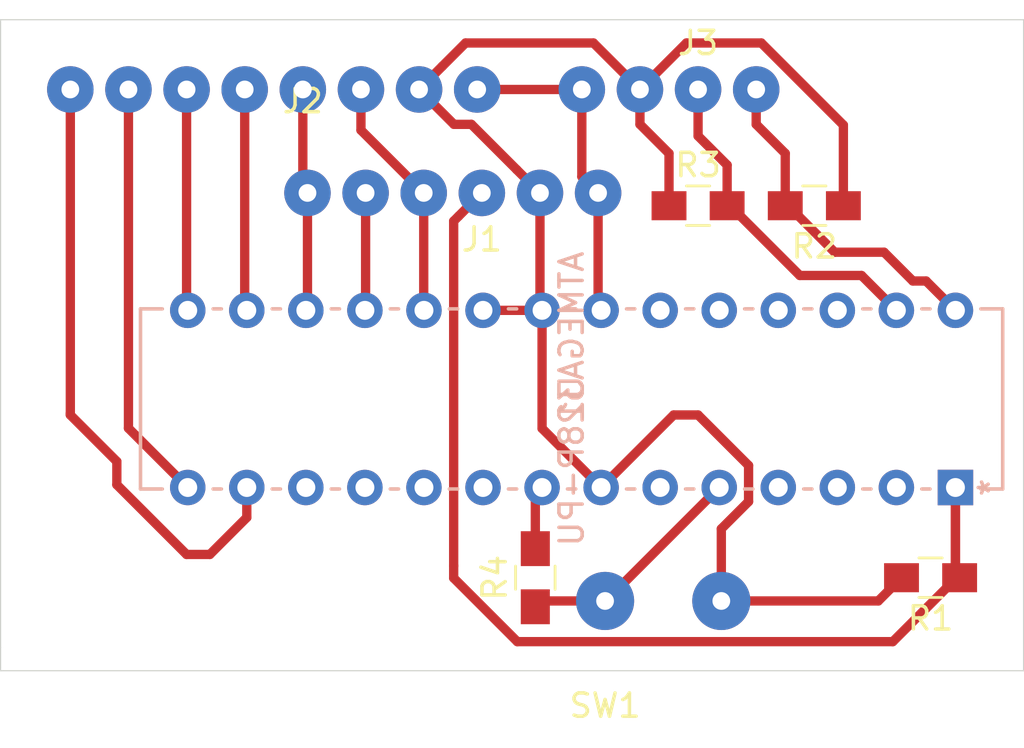
<source format=kicad_pcb>
(kicad_pcb (version 20171130) (host pcbnew 5.1.2-f72e74a~84~ubuntu18.04.1)

  (general
    (thickness 1.6)
    (drawings 5)
    (tracks 91)
    (zones 0)
    (modules 9)
    (nets 26)
  )

  (page A4)
  (layers
    (0 F.Cu signal)
    (31 B.Cu signal)
    (32 B.Adhes user)
    (33 F.Adhes user)
    (34 B.Paste user)
    (35 F.Paste user)
    (36 B.SilkS user)
    (37 F.SilkS user)
    (38 B.Mask user)
    (39 F.Mask user)
    (40 Dwgs.User user)
    (41 Cmts.User user)
    (42 Eco1.User user)
    (43 Eco2.User user)
    (44 Edge.Cuts user)
    (45 Margin user)
    (46 B.CrtYd user)
    (47 F.CrtYd user)
    (48 B.Fab user)
    (49 F.Fab user)
  )

  (setup
    (last_trace_width 0.4)
    (trace_clearance 0.3)
    (zone_clearance 0.508)
    (zone_45_only no)
    (trace_min 0.2)
    (via_size 0.8)
    (via_drill 0.4)
    (via_min_size 0.4)
    (via_min_drill 0.3)
    (uvia_size 0.3)
    (uvia_drill 0.1)
    (uvias_allowed no)
    (uvia_min_size 0.2)
    (uvia_min_drill 0.1)
    (edge_width 0.05)
    (segment_width 0.2)
    (pcb_text_width 0.3)
    (pcb_text_size 1.5 1.5)
    (mod_edge_width 0.12)
    (mod_text_size 1 1)
    (mod_text_width 0.15)
    (pad_size 2.5 2.5)
    (pad_drill 0.762)
    (pad_to_mask_clearance 0.051)
    (solder_mask_min_width 0.25)
    (aux_axis_origin 0 0)
    (visible_elements FFFFFF7F)
    (pcbplotparams
      (layerselection 0x00000_7fffffff)
      (usegerberextensions false)
      (usegerberattributes false)
      (usegerberadvancedattributes false)
      (creategerberjobfile false)
      (excludeedgelayer false)
      (linewidth 0.100000)
      (plotframeref false)
      (viasonmask false)
      (mode 1)
      (useauxorigin false)
      (hpglpennumber 1)
      (hpglpenspeed 20)
      (hpglpendiameter 15.000000)
      (psnegative false)
      (psa4output false)
      (plotreference true)
      (plotvalue true)
      (plotinvisibletext false)
      (padsonsilk false)
      (subtractmaskfromsilk false)
      (outputformat 5)
      (mirror false)
      (drillshape 0)
      (scaleselection 1)
      (outputdirectory ""))
  )

  (net 0 "")
  (net 1 "Net-(J1-Pad1)")
  (net 2 "Net-(J1-Pad2)")
  (net 3 "Net-(J1-Pad3)")
  (net 4 "Net-(J1-Pad4)")
  (net 5 "Net-(J1-Pad5)")
  (net 6 "Net-(J1-Pad6)")
  (net 7 "Net-(J2-Pad1)")
  (net 8 "Net-(J2-Pad2)")
  (net 9 "Net-(J2-Pad3)")
  (net 10 "Net-(J2-Pad4)")
  (net 11 "Net-(J3-Pad3)")
  (net 12 "Net-(J3-Pad4)")
  (net 13 "Net-(R4-Pad1)")
  (net 14 "Net-(U1-Pad2)")
  (net 15 "Net-(U1-Pad3)")
  (net 16 "Net-(U1-Pad4)")
  (net 17 "Net-(U1-Pad6)")
  (net 18 "Net-(U1-Pad9)")
  (net 19 "Net-(U1-Pad10)")
  (net 20 "Net-(U1-Pad11)")
  (net 21 "Net-(U1-Pad12)")
  (net 22 "Net-(U1-Pad23)")
  (net 23 "Net-(U1-Pad24)")
  (net 24 "Net-(U1-Pad25)")
  (net 25 "Net-(U1-Pad26)")

  (net_class Default "This is the default net class."
    (clearance 0.3)
    (trace_width 0.4)
    (via_dia 0.8)
    (via_drill 0.4)
    (uvia_dia 0.3)
    (uvia_drill 0.1)
    (add_net "Net-(J1-Pad1)")
    (add_net "Net-(J1-Pad2)")
    (add_net "Net-(J1-Pad3)")
    (add_net "Net-(J1-Pad4)")
    (add_net "Net-(J1-Pad5)")
    (add_net "Net-(J1-Pad6)")
    (add_net "Net-(J2-Pad1)")
    (add_net "Net-(J2-Pad2)")
    (add_net "Net-(J2-Pad3)")
    (add_net "Net-(J2-Pad4)")
    (add_net "Net-(J3-Pad3)")
    (add_net "Net-(J3-Pad4)")
    (add_net "Net-(R4-Pad1)")
    (add_net "Net-(U1-Pad10)")
    (add_net "Net-(U1-Pad11)")
    (add_net "Net-(U1-Pad12)")
    (add_net "Net-(U1-Pad2)")
    (add_net "Net-(U1-Pad23)")
    (add_net "Net-(U1-Pad24)")
    (add_net "Net-(U1-Pad25)")
    (add_net "Net-(U1-Pad26)")
    (add_net "Net-(U1-Pad3)")
    (add_net "Net-(U1-Pad4)")
    (add_net "Net-(U1-Pad6)")
    (add_net "Net-(U1-Pad9)")
  )

  (module Capacitors_SMD:C_0805_HandSoldering (layer F.Cu) (tedit 58AA84A8) (tstamp 5CCA7D18)
    (at 117 68 180)
    (descr "Capacitor SMD 0805, hand soldering")
    (tags "capacitor 0805")
    (path /5CCDE7E9)
    (attr smd)
    (fp_text reference R2 (at 0 -1.75) (layer F.SilkS)
      (effects (font (size 1 1) (thickness 0.15)))
    )
    (fp_text value R (at 0 1.75) (layer F.Fab)
      (effects (font (size 1 1) (thickness 0.15)))
    )
    (fp_line (start 2.25 0.87) (end -2.25 0.87) (layer F.CrtYd) (width 0.05))
    (fp_line (start 2.25 0.87) (end 2.25 -0.88) (layer F.CrtYd) (width 0.05))
    (fp_line (start -2.25 -0.88) (end -2.25 0.87) (layer F.CrtYd) (width 0.05))
    (fp_line (start -2.25 -0.88) (end 2.25 -0.88) (layer F.CrtYd) (width 0.05))
    (fp_line (start -0.5 0.85) (end 0.5 0.85) (layer F.SilkS) (width 0.12))
    (fp_line (start 0.5 -0.85) (end -0.5 -0.85) (layer F.SilkS) (width 0.12))
    (fp_line (start -1 -0.62) (end 1 -0.62) (layer F.Fab) (width 0.1))
    (fp_line (start 1 -0.62) (end 1 0.62) (layer F.Fab) (width 0.1))
    (fp_line (start 1 0.62) (end -1 0.62) (layer F.Fab) (width 0.1))
    (fp_line (start -1 0.62) (end -1 -0.62) (layer F.Fab) (width 0.1))
    (fp_text user %R (at 0 -1.75) (layer F.Fab)
      (effects (font (size 1 1) (thickness 0.15)))
    )
    (pad 2 smd rect (at 1.25 0 180) (size 1.5 1.25) (layers F.Cu F.Paste F.Mask)
      (net 12 "Net-(J3-Pad4)"))
    (pad 1 smd rect (at -1.25 0 180) (size 1.5 1.25) (layers F.Cu F.Paste F.Mask)
      (net 2 "Net-(J1-Pad2)"))
    (model Capacitors_SMD.3dshapes/C_0805.wrl
      (at (xyz 0 0 0))
      (scale (xyz 1 1 1))
      (rotate (xyz 0 0 0))
    )
  )

  (module millk:pushbutton_2pin (layer F.Cu) (tedit 5CCA9330) (tstamp 5CCB05AD)
    (at 108 90 180)
    (path /5CCCC4F0)
    (fp_text reference SW1 (at 0 0.5) (layer F.SilkS)
      (effects (font (size 1 1) (thickness 0.15)))
    )
    (fp_text value SW_Push (at 0 -0.5) (layer F.Fab)
      (effects (font (size 1 1) (thickness 0.15)))
    )
    (pad 2 thru_hole circle (at 0 5 180) (size 2.5 2.5) (drill 0.762) (layers *.Cu *.Mask)
      (net 13 "Net-(R4-Pad1)"))
    (pad 1 thru_hole circle (at -5 5 180) (size 2.5 2.5) (drill 0.762) (layers *.Cu *.Mask)
      (net 2 "Net-(J1-Pad2)"))
  )

  (module millk:conn6 (layer F.Cu) (tedit 5CCA8F70) (tstamp 5CCA7CE2)
    (at 102.7 69.95 180)
    (path /5CCAAF4D)
    (fp_text reference J1 (at 0 0.5 180) (layer F.SilkS)
      (effects (font (size 1 1) (thickness 0.15)))
    )
    (fp_text value Conn_01x06_Female (at 0 -0.5 180) (layer F.Fab)
      (effects (font (size 1 1) (thickness 0.15)))
    )
    (pad 1 thru_hole circle (at -5 2.5 180) (size 2 2) (drill 0.762) (layers *.Cu *.Mask)
      (net 1 "Net-(J1-Pad1)"))
    (pad 2 thru_hole circle (at -2.5 2.5 180) (size 2 2) (drill 0.762) (layers *.Cu *.Mask)
      (net 2 "Net-(J1-Pad2)"))
    (pad 3 thru_hole circle (at 0 2.5 180) (size 2 2) (drill 0.762) (layers *.Cu *.Mask)
      (net 3 "Net-(J1-Pad3)"))
    (pad 4 thru_hole circle (at 2.5 2.5 180) (size 2 2) (drill 0.762) (layers *.Cu *.Mask)
      (net 4 "Net-(J1-Pad4)"))
    (pad 5 thru_hole circle (at 5 2.5 180) (size 2 2) (drill 0.762) (layers *.Cu *.Mask)
      (net 5 "Net-(J1-Pad5)"))
    (pad 6 thru_hole circle (at 7.5 2.5 180) (size 2 2) (drill 0.762) (layers *.Cu *.Mask)
      (net 6 "Net-(J1-Pad6)"))
  )

  (module millk:conn8 (layer F.Cu) (tedit 5CCA7A49) (tstamp 5CCA7CEE)
    (at 95 63)
    (path /5CCB047C)
    (fp_text reference J2 (at 0 0.5) (layer F.SilkS)
      (effects (font (size 1 1) (thickness 0.15)))
    )
    (fp_text value Conn_01x08_Female (at 0 -0.5) (layer F.Fab)
      (effects (font (size 1 1) (thickness 0.15)))
    )
    (pad 1 thru_hole circle (at -10 0) (size 2 2) (drill 0.762) (layers *.Cu *.Mask)
      (net 7 "Net-(J2-Pad1)"))
    (pad 2 thru_hole circle (at -7.5 0) (size 2 2) (drill 0.762) (layers *.Cu *.Mask)
      (net 8 "Net-(J2-Pad2)"))
    (pad 3 thru_hole circle (at -5 0) (size 2 2) (drill 0.762) (layers *.Cu *.Mask)
      (net 9 "Net-(J2-Pad3)"))
    (pad 4 thru_hole circle (at -2.5 0) (size 2 2) (drill 0.762) (layers *.Cu *.Mask)
      (net 10 "Net-(J2-Pad4)"))
    (pad 5 thru_hole circle (at 0 0) (size 2 2) (drill 0.762) (layers *.Cu *.Mask)
      (net 6 "Net-(J1-Pad6)"))
    (pad 6 thru_hole circle (at 2.5 0) (size 2 2) (drill 0.762) (layers *.Cu *.Mask)
      (net 4 "Net-(J1-Pad4)"))
    (pad 7 thru_hole circle (at 5 0) (size 2 2) (drill 0.762) (layers *.Cu *.Mask)
      (net 2 "Net-(J1-Pad2)"))
    (pad 8 thru_hole circle (at 7.5 0) (size 2 2) (drill 0.762) (layers *.Cu *.Mask)
      (net 1 "Net-(J1-Pad1)"))
  )

  (module millk:Connector4 (layer F.Cu) (tedit 5CB1B2D6) (tstamp 5CCA7CF6)
    (at 112 60.5)
    (path /5CCD10DC)
    (fp_text reference J3 (at 0 0.5) (layer F.SilkS)
      (effects (font (size 1 1) (thickness 0.15)))
    )
    (fp_text value Conn_01x04_Female (at 0 -0.5) (layer F.Fab)
      (effects (font (size 1 1) (thickness 0.15)))
    )
    (pad 1 thru_hole circle (at -5 2.5) (size 2 2) (drill 0.762) (layers *.Cu *.Mask)
      (net 1 "Net-(J1-Pad1)"))
    (pad 2 thru_hole circle (at -2.5 2.5) (size 2 2) (drill 0.762) (layers *.Cu *.Mask)
      (net 2 "Net-(J1-Pad2)"))
    (pad 3 thru_hole circle (at 0 2.5) (size 2 2) (drill 0.762) (layers *.Cu *.Mask)
      (net 11 "Net-(J3-Pad3)"))
    (pad 4 thru_hole circle (at 2.5 2.5) (size 2 2) (drill 0.762) (layers *.Cu *.Mask)
      (net 12 "Net-(J3-Pad4)"))
  )

  (module Capacitors_SMD:C_0805_HandSoldering (layer F.Cu) (tedit 58AA84A8) (tstamp 5CCA7D07)
    (at 122 84 180)
    (descr "Capacitor SMD 0805, hand soldering")
    (tags "capacitor 0805")
    (path /5CCAED80)
    (attr smd)
    (fp_text reference R1 (at 0 -1.75) (layer F.SilkS)
      (effects (font (size 1 1) (thickness 0.15)))
    )
    (fp_text value R (at 0 1.75) (layer F.Fab)
      (effects (font (size 1 1) (thickness 0.15)))
    )
    (fp_line (start 2.25 0.87) (end -2.25 0.87) (layer F.CrtYd) (width 0.05))
    (fp_line (start 2.25 0.87) (end 2.25 -0.88) (layer F.CrtYd) (width 0.05))
    (fp_line (start -2.25 -0.88) (end -2.25 0.87) (layer F.CrtYd) (width 0.05))
    (fp_line (start -2.25 -0.88) (end 2.25 -0.88) (layer F.CrtYd) (width 0.05))
    (fp_line (start -0.5 0.85) (end 0.5 0.85) (layer F.SilkS) (width 0.12))
    (fp_line (start 0.5 -0.85) (end -0.5 -0.85) (layer F.SilkS) (width 0.12))
    (fp_line (start -1 -0.62) (end 1 -0.62) (layer F.Fab) (width 0.1))
    (fp_line (start 1 -0.62) (end 1 0.62) (layer F.Fab) (width 0.1))
    (fp_line (start 1 0.62) (end -1 0.62) (layer F.Fab) (width 0.1))
    (fp_line (start -1 0.62) (end -1 -0.62) (layer F.Fab) (width 0.1))
    (fp_text user %R (at 0 -1.75) (layer F.Fab)
      (effects (font (size 1 1) (thickness 0.15)))
    )
    (pad 2 smd rect (at 1.25 0 180) (size 1.5 1.25) (layers F.Cu F.Paste F.Mask)
      (net 2 "Net-(J1-Pad2)"))
    (pad 1 smd rect (at -1.25 0 180) (size 1.5 1.25) (layers F.Cu F.Paste F.Mask)
      (net 3 "Net-(J1-Pad3)"))
    (model Capacitors_SMD.3dshapes/C_0805.wrl
      (at (xyz 0 0 0))
      (scale (xyz 1 1 1))
      (rotate (xyz 0 0 0))
    )
  )

  (module Capacitors_SMD:C_0805_HandSoldering (layer F.Cu) (tedit 58AA84A8) (tstamp 5CCA7D29)
    (at 112 68)
    (descr "Capacitor SMD 0805, hand soldering")
    (tags "capacitor 0805")
    (path /5CCDF0EC)
    (attr smd)
    (fp_text reference R3 (at 0 -1.75) (layer F.SilkS)
      (effects (font (size 1 1) (thickness 0.15)))
    )
    (fp_text value R (at 0 1.75 270) (layer F.Fab)
      (effects (font (size 1 1) (thickness 0.15)))
    )
    (fp_text user %R (at 0 -1.75) (layer F.Fab)
      (effects (font (size 1 1) (thickness 0.15)))
    )
    (fp_line (start -1 0.62) (end -1 -0.62) (layer F.Fab) (width 0.1))
    (fp_line (start 1 0.62) (end -1 0.62) (layer F.Fab) (width 0.1))
    (fp_line (start 1 -0.62) (end 1 0.62) (layer F.Fab) (width 0.1))
    (fp_line (start -1 -0.62) (end 1 -0.62) (layer F.Fab) (width 0.1))
    (fp_line (start 0.5 -0.85) (end -0.5 -0.85) (layer F.SilkS) (width 0.12))
    (fp_line (start -0.5 0.85) (end 0.5 0.85) (layer F.SilkS) (width 0.12))
    (fp_line (start -2.25 -0.88) (end 2.25 -0.88) (layer F.CrtYd) (width 0.05))
    (fp_line (start -2.25 -0.88) (end -2.25 0.87) (layer F.CrtYd) (width 0.05))
    (fp_line (start 2.25 0.87) (end 2.25 -0.88) (layer F.CrtYd) (width 0.05))
    (fp_line (start 2.25 0.87) (end -2.25 0.87) (layer F.CrtYd) (width 0.05))
    (pad 1 smd rect (at -1.25 0) (size 1.5 1.25) (layers F.Cu F.Paste F.Mask)
      (net 2 "Net-(J1-Pad2)"))
    (pad 2 smd rect (at 1.25 0) (size 1.5 1.25) (layers F.Cu F.Paste F.Mask)
      (net 11 "Net-(J3-Pad3)"))
    (model Capacitors_SMD.3dshapes/C_0805.wrl
      (at (xyz 0 0 0))
      (scale (xyz 1 1 1))
      (rotate (xyz 0 0 0))
    )
  )

  (module Capacitors_SMD:C_0805_HandSoldering (layer F.Cu) (tedit 58AA84A8) (tstamp 5CCA7D3A)
    (at 105 84 90)
    (descr "Capacitor SMD 0805, hand soldering")
    (tags "capacitor 0805")
    (path /5CCC95BF)
    (attr smd)
    (fp_text reference R4 (at 0 -1.75 90) (layer F.SilkS)
      (effects (font (size 1 1) (thickness 0.15)))
    )
    (fp_text value R (at 0 1.75 90) (layer F.Fab)
      (effects (font (size 1 1) (thickness 0.15)))
    )
    (fp_text user %R (at 0 -1.75 90) (layer F.Fab)
      (effects (font (size 1 1) (thickness 0.15)))
    )
    (fp_line (start -1 0.62) (end -1 -0.62) (layer F.Fab) (width 0.1))
    (fp_line (start 1 0.62) (end -1 0.62) (layer F.Fab) (width 0.1))
    (fp_line (start 1 -0.62) (end 1 0.62) (layer F.Fab) (width 0.1))
    (fp_line (start -1 -0.62) (end 1 -0.62) (layer F.Fab) (width 0.1))
    (fp_line (start 0.5 -0.85) (end -0.5 -0.85) (layer F.SilkS) (width 0.12))
    (fp_line (start -0.5 0.85) (end 0.5 0.85) (layer F.SilkS) (width 0.12))
    (fp_line (start -2.25 -0.88) (end 2.25 -0.88) (layer F.CrtYd) (width 0.05))
    (fp_line (start -2.25 -0.88) (end -2.25 0.87) (layer F.CrtYd) (width 0.05))
    (fp_line (start 2.25 0.87) (end 2.25 -0.88) (layer F.CrtYd) (width 0.05))
    (fp_line (start 2.25 0.87) (end -2.25 0.87) (layer F.CrtYd) (width 0.05))
    (pad 1 smd rect (at -1.25 0 90) (size 1.5 1.25) (layers F.Cu F.Paste F.Mask)
      (net 13 "Net-(R4-Pad1)"))
    (pad 2 smd rect (at 1.25 0 90) (size 1.5 1.25) (layers F.Cu F.Paste F.Mask)
      (net 1 "Net-(J1-Pad1)"))
    (model Capacitors_SMD.3dshapes/C_0805.wrl
      (at (xyz 0 0 0))
      (scale (xyz 1 1 1))
      (rotate (xyz 0 0 0))
    )
  )

  (module footprints:ATMEGA328P-PU (layer B.Cu) (tedit 5CCA91D8) (tstamp 5CCA7E1D)
    (at 90.05 72.5 90)
    (path /5CCA65D7)
    (fp_text reference U1 (at -3.81 16.51 -90) (layer B.SilkS)
      (effects (font (size 1 1) (thickness 0.15)) (justify mirror))
    )
    (fp_text value ATMEGA328P-PU (at -3.81 16.51 -90) (layer B.SilkS)
      (effects (font (size 1 1) (thickness 0.15)) (justify mirror))
    )
    (fp_text user "Copyright 2016 Accelerated Designs. All rights reserved." (at 0 0 -90) (layer Cmts.User)
      (effects (font (size 0.127 0.127) (thickness 0.002)))
    )
    (fp_text user * (at -7.62 34.544 -90) (layer B.SilkS)
      (effects (font (size 1 1) (thickness 0.15)) (justify mirror))
    )
    (fp_text user * (at -7.3025 33.02 -90) (layer B.Fab)
      (effects (font (size 1 1) (thickness 0.15)) (justify mirror))
    )
    (fp_line (start -7.5565 32.6136) (end -7.5565 33.4264) (layer B.Fab) (width 0.1524))
    (fp_line (start -7.5565 33.4264) (end -8.0264 33.4264) (layer B.Fab) (width 0.1524))
    (fp_line (start -8.0264 33.4264) (end -8.0264 32.6136) (layer B.Fab) (width 0.1524))
    (fp_line (start -8.0264 32.6136) (end -7.5565 32.6136) (layer B.Fab) (width 0.1524))
    (fp_line (start -7.5565 30.0736) (end -7.5565 30.8864) (layer B.Fab) (width 0.1524))
    (fp_line (start -7.5565 30.8864) (end -8.0264 30.8864) (layer B.Fab) (width 0.1524))
    (fp_line (start -8.0264 30.8864) (end -8.0264 30.0736) (layer B.Fab) (width 0.1524))
    (fp_line (start -8.0264 30.0736) (end -7.5565 30.0736) (layer B.Fab) (width 0.1524))
    (fp_line (start -7.5565 27.5336) (end -7.5565 28.3464) (layer B.Fab) (width 0.1524))
    (fp_line (start -7.5565 28.3464) (end -8.0264 28.3464) (layer B.Fab) (width 0.1524))
    (fp_line (start -8.0264 28.3464) (end -8.0264 27.5336) (layer B.Fab) (width 0.1524))
    (fp_line (start -8.0264 27.5336) (end -7.5565 27.5336) (layer B.Fab) (width 0.1524))
    (fp_line (start -7.5565 24.9936) (end -7.5565 25.8064) (layer B.Fab) (width 0.1524))
    (fp_line (start -7.5565 25.8064) (end -8.0264 25.8064) (layer B.Fab) (width 0.1524))
    (fp_line (start -8.0264 25.8064) (end -8.0264 24.9936) (layer B.Fab) (width 0.1524))
    (fp_line (start -8.0264 24.9936) (end -7.5565 24.9936) (layer B.Fab) (width 0.1524))
    (fp_line (start -7.5565 22.4536) (end -7.5565 23.2664) (layer B.Fab) (width 0.1524))
    (fp_line (start -7.5565 23.2664) (end -8.0264 23.2664) (layer B.Fab) (width 0.1524))
    (fp_line (start -8.0264 23.2664) (end -8.0264 22.4536) (layer B.Fab) (width 0.1524))
    (fp_line (start -8.0264 22.4536) (end -7.5565 22.4536) (layer B.Fab) (width 0.1524))
    (fp_line (start -7.5565 19.9136) (end -7.5565 20.7264) (layer B.Fab) (width 0.1524))
    (fp_line (start -7.5565 20.7264) (end -8.0264 20.7264) (layer B.Fab) (width 0.1524))
    (fp_line (start -8.0264 20.7264) (end -8.0264 19.9136) (layer B.Fab) (width 0.1524))
    (fp_line (start -8.0264 19.9136) (end -7.5565 19.9136) (layer B.Fab) (width 0.1524))
    (fp_line (start -7.5565 17.3736) (end -7.5565 18.1864) (layer B.Fab) (width 0.1524))
    (fp_line (start -7.5565 18.1864) (end -8.0264 18.1864) (layer B.Fab) (width 0.1524))
    (fp_line (start -8.0264 18.1864) (end -8.0264 17.3736) (layer B.Fab) (width 0.1524))
    (fp_line (start -8.0264 17.3736) (end -7.5565 17.3736) (layer B.Fab) (width 0.1524))
    (fp_line (start -7.5565 14.8336) (end -7.5565 15.6464) (layer B.Fab) (width 0.1524))
    (fp_line (start -7.5565 15.6464) (end -8.0264 15.6464) (layer B.Fab) (width 0.1524))
    (fp_line (start -8.0264 15.6464) (end -8.0264 14.8336) (layer B.Fab) (width 0.1524))
    (fp_line (start -8.0264 14.8336) (end -7.5565 14.8336) (layer B.Fab) (width 0.1524))
    (fp_line (start -7.5565 12.2936) (end -7.5565 13.1064) (layer B.Fab) (width 0.1524))
    (fp_line (start -7.5565 13.1064) (end -8.0264 13.1064) (layer B.Fab) (width 0.1524))
    (fp_line (start -8.0264 13.1064) (end -8.0264 12.2936) (layer B.Fab) (width 0.1524))
    (fp_line (start -8.0264 12.2936) (end -7.5565 12.2936) (layer B.Fab) (width 0.1524))
    (fp_line (start -7.5565 9.7536) (end -7.5565 10.5664) (layer B.Fab) (width 0.1524))
    (fp_line (start -7.5565 10.5664) (end -8.0264 10.5664) (layer B.Fab) (width 0.1524))
    (fp_line (start -8.0264 10.5664) (end -8.0264 9.7536) (layer B.Fab) (width 0.1524))
    (fp_line (start -8.0264 9.7536) (end -7.5565 9.7536) (layer B.Fab) (width 0.1524))
    (fp_line (start -7.5565 7.2136) (end -7.5565 8.0264) (layer B.Fab) (width 0.1524))
    (fp_line (start -7.5565 8.0264) (end -8.0264 8.0264) (layer B.Fab) (width 0.1524))
    (fp_line (start -8.0264 8.0264) (end -8.0264 7.2136) (layer B.Fab) (width 0.1524))
    (fp_line (start -8.0264 7.2136) (end -7.5565 7.2136) (layer B.Fab) (width 0.1524))
    (fp_line (start -7.5565 4.6736) (end -7.5565 5.4864) (layer B.Fab) (width 0.1524))
    (fp_line (start -7.5565 5.4864) (end -8.0264 5.4864) (layer B.Fab) (width 0.1524))
    (fp_line (start -8.0264 5.4864) (end -8.0264 4.6736) (layer B.Fab) (width 0.1524))
    (fp_line (start -8.0264 4.6736) (end -7.5565 4.6736) (layer B.Fab) (width 0.1524))
    (fp_line (start -7.5565 2.1336) (end -7.5565 2.9464) (layer B.Fab) (width 0.1524))
    (fp_line (start -7.5565 2.9464) (end -8.0264 2.9464) (layer B.Fab) (width 0.1524))
    (fp_line (start -8.0264 2.9464) (end -8.0264 2.1336) (layer B.Fab) (width 0.1524))
    (fp_line (start -8.0264 2.1336) (end -7.5565 2.1336) (layer B.Fab) (width 0.1524))
    (fp_line (start -7.5565 -0.4064) (end -7.5565 0.4064) (layer B.Fab) (width 0.1524))
    (fp_line (start -7.5565 0.4064) (end -8.0264 0.4064) (layer B.Fab) (width 0.1524))
    (fp_line (start -8.0264 0.4064) (end -8.0264 -0.4064) (layer B.Fab) (width 0.1524))
    (fp_line (start -8.0264 -0.4064) (end -7.5565 -0.4064) (layer B.Fab) (width 0.1524))
    (fp_line (start -0.0635 0.4064) (end -0.0635 -0.4064) (layer B.Fab) (width 0.1524))
    (fp_line (start -0.0635 -0.4064) (end 0.4064 -0.4064) (layer B.Fab) (width 0.1524))
    (fp_line (start 0.4064 -0.4064) (end 0.4064 0.4064) (layer B.Fab) (width 0.1524))
    (fp_line (start 0.4064 0.4064) (end -0.0635 0.4064) (layer B.Fab) (width 0.1524))
    (fp_line (start -0.0635 2.9464) (end -0.0635 2.1336) (layer B.Fab) (width 0.1524))
    (fp_line (start -0.0635 2.1336) (end 0.4064 2.1336) (layer B.Fab) (width 0.1524))
    (fp_line (start 0.4064 2.1336) (end 0.4064 2.9464) (layer B.Fab) (width 0.1524))
    (fp_line (start 0.4064 2.9464) (end -0.0635 2.9464) (layer B.Fab) (width 0.1524))
    (fp_line (start -0.0635 5.4864) (end -0.0635 4.6736) (layer B.Fab) (width 0.1524))
    (fp_line (start -0.0635 4.6736) (end 0.4064 4.6736) (layer B.Fab) (width 0.1524))
    (fp_line (start 0.4064 4.6736) (end 0.4064 5.4864) (layer B.Fab) (width 0.1524))
    (fp_line (start 0.4064 5.4864) (end -0.0635 5.4864) (layer B.Fab) (width 0.1524))
    (fp_line (start -0.0635 8.0264) (end -0.0635 7.2136) (layer B.Fab) (width 0.1524))
    (fp_line (start -0.0635 7.2136) (end 0.4064 7.2136) (layer B.Fab) (width 0.1524))
    (fp_line (start 0.4064 7.2136) (end 0.4064 8.0264) (layer B.Fab) (width 0.1524))
    (fp_line (start 0.4064 8.0264) (end -0.0635 8.0264) (layer B.Fab) (width 0.1524))
    (fp_line (start -0.0635 10.5664) (end -0.0635 9.7536) (layer B.Fab) (width 0.1524))
    (fp_line (start -0.0635 9.7536) (end 0.4064 9.7536) (layer B.Fab) (width 0.1524))
    (fp_line (start 0.4064 9.7536) (end 0.4064 10.5664) (layer B.Fab) (width 0.1524))
    (fp_line (start 0.4064 10.5664) (end -0.0635 10.5664) (layer B.Fab) (width 0.1524))
    (fp_line (start -0.0635 13.1064) (end -0.0635 12.2936) (layer B.Fab) (width 0.1524))
    (fp_line (start -0.0635 12.2936) (end 0.4064 12.2936) (layer B.Fab) (width 0.1524))
    (fp_line (start 0.4064 12.2936) (end 0.4064 13.1064) (layer B.Fab) (width 0.1524))
    (fp_line (start 0.4064 13.1064) (end -0.0635 13.1064) (layer B.Fab) (width 0.1524))
    (fp_line (start -0.0635 15.6464) (end -0.0635 14.8336) (layer B.Fab) (width 0.1524))
    (fp_line (start -0.0635 14.8336) (end 0.4064 14.8336) (layer B.Fab) (width 0.1524))
    (fp_line (start 0.4064 14.8336) (end 0.4064 15.6464) (layer B.Fab) (width 0.1524))
    (fp_line (start 0.4064 15.6464) (end -0.0635 15.6464) (layer B.Fab) (width 0.1524))
    (fp_line (start -0.0635 18.1864) (end -0.0635 17.3736) (layer B.Fab) (width 0.1524))
    (fp_line (start -0.0635 17.3736) (end 0.4064 17.3736) (layer B.Fab) (width 0.1524))
    (fp_line (start 0.4064 17.3736) (end 0.4064 18.1864) (layer B.Fab) (width 0.1524))
    (fp_line (start 0.4064 18.1864) (end -0.0635 18.1864) (layer B.Fab) (width 0.1524))
    (fp_line (start -0.0635 20.7264) (end -0.0635 19.9136) (layer B.Fab) (width 0.1524))
    (fp_line (start -0.0635 19.9136) (end 0.4064 19.9136) (layer B.Fab) (width 0.1524))
    (fp_line (start 0.4064 19.9136) (end 0.4064 20.7264) (layer B.Fab) (width 0.1524))
    (fp_line (start 0.4064 20.7264) (end -0.0635 20.7264) (layer B.Fab) (width 0.1524))
    (fp_line (start -0.0635 23.2664) (end -0.0635 22.4536) (layer B.Fab) (width 0.1524))
    (fp_line (start -0.0635 22.4536) (end 0.4064 22.4536) (layer B.Fab) (width 0.1524))
    (fp_line (start 0.4064 22.4536) (end 0.4064 23.2664) (layer B.Fab) (width 0.1524))
    (fp_line (start 0.4064 23.2664) (end -0.0635 23.2664) (layer B.Fab) (width 0.1524))
    (fp_line (start -0.0635 25.8064) (end -0.0635 24.9936) (layer B.Fab) (width 0.1524))
    (fp_line (start -0.0635 24.9936) (end 0.4064 24.9936) (layer B.Fab) (width 0.1524))
    (fp_line (start 0.4064 24.9936) (end 0.4064 25.8064) (layer B.Fab) (width 0.1524))
    (fp_line (start 0.4064 25.8064) (end -0.0635 25.8064) (layer B.Fab) (width 0.1524))
    (fp_line (start -0.0635 28.3464) (end -0.0635 27.5336) (layer B.Fab) (width 0.1524))
    (fp_line (start -0.0635 27.5336) (end 0.4064 27.5336) (layer B.Fab) (width 0.1524))
    (fp_line (start 0.4064 27.5336) (end 0.4064 28.3464) (layer B.Fab) (width 0.1524))
    (fp_line (start 0.4064 28.3464) (end -0.0635 28.3464) (layer B.Fab) (width 0.1524))
    (fp_line (start -0.0635 30.8864) (end -0.0635 30.0736) (layer B.Fab) (width 0.1524))
    (fp_line (start -0.0635 30.0736) (end 0.4064 30.0736) (layer B.Fab) (width 0.1524))
    (fp_line (start 0.4064 30.0736) (end 0.4064 30.8864) (layer B.Fab) (width 0.1524))
    (fp_line (start 0.4064 30.8864) (end -0.0635 30.8864) (layer B.Fab) (width 0.1524))
    (fp_line (start -0.0635 33.4264) (end -0.0635 32.6136) (layer B.Fab) (width 0.1524))
    (fp_line (start -0.0635 32.6136) (end 0.4064 32.6136) (layer B.Fab) (width 0.1524))
    (fp_line (start 0.4064 32.6136) (end 0.4064 33.4264) (layer B.Fab) (width 0.1524))
    (fp_line (start 0.4064 33.4264) (end -0.0635 33.4264) (layer B.Fab) (width 0.1524))
    (fp_line (start -7.6835 -2.032) (end 0.0635 -2.032) (layer B.SilkS) (width 0.1524))
    (fp_line (start 0.0635 -2.032) (end 0.0635 -1.092897) (layer B.SilkS) (width 0.1524))
    (fp_line (start 0.0635 35.052) (end -7.6835 35.052) (layer B.SilkS) (width 0.1524))
    (fp_line (start -7.6835 35.052) (end -7.6835 34.11474) (layer B.SilkS) (width 0.1524))
    (fp_line (start -7.5565 -1.905) (end -0.0635 -1.905) (layer B.Fab) (width 0.1524))
    (fp_line (start -0.0635 -1.905) (end -0.0635 34.925) (layer B.Fab) (width 0.1524))
    (fp_line (start -0.0635 34.925) (end -7.5565 34.925) (layer B.Fab) (width 0.1524))
    (fp_line (start -7.5565 34.925) (end -7.5565 -1.905) (layer B.Fab) (width 0.1524))
    (fp_line (start -7.6835 31.92526) (end -7.6835 31.572897) (layer B.SilkS) (width 0.1524))
    (fp_line (start -7.6835 29.387103) (end -7.6835 29.032897) (layer B.SilkS) (width 0.1524))
    (fp_line (start -7.6835 26.847103) (end -7.6835 26.492897) (layer B.SilkS) (width 0.1524))
    (fp_line (start -7.6835 24.307103) (end -7.6835 23.952897) (layer B.SilkS) (width 0.1524))
    (fp_line (start -7.6835 21.767103) (end -7.6835 21.412897) (layer B.SilkS) (width 0.1524))
    (fp_line (start -7.6835 19.227103) (end -7.6835 18.872897) (layer B.SilkS) (width 0.1524))
    (fp_line (start -7.6835 16.687103) (end -7.6835 16.332897) (layer B.SilkS) (width 0.1524))
    (fp_line (start -7.6835 14.147103) (end -7.6835 13.792897) (layer B.SilkS) (width 0.1524))
    (fp_line (start -7.6835 11.607103) (end -7.6835 11.252897) (layer B.SilkS) (width 0.1524))
    (fp_line (start -7.6835 9.067103) (end -7.6835 8.712897) (layer B.SilkS) (width 0.1524))
    (fp_line (start -7.6835 6.527103) (end -7.6835 6.172897) (layer B.SilkS) (width 0.1524))
    (fp_line (start -7.6835 3.987103) (end -7.6835 3.632897) (layer B.SilkS) (width 0.1524))
    (fp_line (start -7.6835 1.447103) (end -7.6835 1.092897) (layer B.SilkS) (width 0.1524))
    (fp_line (start -7.6835 -1.092897) (end -7.6835 -2.032) (layer B.SilkS) (width 0.1524))
    (fp_line (start 0.0635 1.092897) (end 0.0635 1.447103) (layer B.SilkS) (width 0.1524))
    (fp_line (start 0.0635 3.632897) (end 0.0635 3.987103) (layer B.SilkS) (width 0.1524))
    (fp_line (start 0.0635 6.172897) (end 0.0635 6.527103) (layer B.SilkS) (width 0.1524))
    (fp_line (start 0.0635 8.712897) (end 0.0635 9.067103) (layer B.SilkS) (width 0.1524))
    (fp_line (start 0.0635 11.252897) (end 0.0635 11.607103) (layer B.SilkS) (width 0.1524))
    (fp_line (start 0.0635 13.792897) (end 0.0635 14.147103) (layer B.SilkS) (width 0.1524))
    (fp_line (start 0.0635 16.332897) (end 0.0635 16.687103) (layer B.SilkS) (width 0.1524))
    (fp_line (start 0.0635 18.872897) (end 0.0635 19.227103) (layer B.SilkS) (width 0.1524))
    (fp_line (start 0.0635 21.412897) (end 0.0635 21.767103) (layer B.SilkS) (width 0.1524))
    (fp_line (start 0.0635 23.952897) (end 0.0635 24.307103) (layer B.SilkS) (width 0.1524))
    (fp_line (start 0.0635 26.492897) (end 0.0635 26.847103) (layer B.SilkS) (width 0.1524))
    (fp_line (start 0.0635 29.032897) (end 0.0635 29.387103) (layer B.SilkS) (width 0.1524))
    (fp_line (start 0.0635 31.572897) (end 0.0635 31.927103) (layer B.SilkS) (width 0.1524))
    (fp_line (start 0.0635 34.112897) (end 0.0635 35.052) (layer B.SilkS) (width 0.1524))
    (fp_line (start 1.016 -1.016) (end 1.016 34.036) (layer B.CrtYd) (width 0.1524))
    (fp_line (start 1.016 34.036) (end 0.1905 34.036) (layer B.CrtYd) (width 0.1524))
    (fp_line (start 0.1905 34.036) (end 0.1905 35.179) (layer B.CrtYd) (width 0.1524))
    (fp_line (start 0.1905 35.179) (end -7.8105 35.179) (layer B.CrtYd) (width 0.1524))
    (fp_line (start -7.8105 35.179) (end -7.8105 34.036) (layer B.CrtYd) (width 0.1524))
    (fp_line (start -7.8105 34.036) (end -8.636 34.036) (layer B.CrtYd) (width 0.1524))
    (fp_line (start -8.636 34.036) (end -8.636 -1.016) (layer B.CrtYd) (width 0.1524))
    (fp_line (start -8.636 -1.016) (end -7.8105 -1.016) (layer B.CrtYd) (width 0.1524))
    (fp_line (start -7.8105 -1.016) (end -7.8105 -2.159) (layer B.CrtYd) (width 0.1524))
    (fp_line (start -7.8105 -2.159) (end 0.1905 -2.159) (layer B.CrtYd) (width 0.1524))
    (fp_line (start 0.1905 -2.159) (end 0.1905 -1.016) (layer B.CrtYd) (width 0.1524))
    (fp_line (start 0.1905 -1.016) (end 1.016 -1.016) (layer B.CrtYd) (width 0.1524))
    (fp_arc (start -3.81 34.925) (end -3.5052 34.925) (angle -180) (layer B.Fab) (width 0.1524))
    (pad 1 thru_hole rect (at -7.62 33.02 90) (size 1.524 1.524) (drill 0.8128) (layers *.Cu *.Mask)
      (net 3 "Net-(J1-Pad3)"))
    (pad 2 thru_hole circle (at -7.62 30.48 90) (size 1.524 1.524) (drill 0.8128) (layers *.Cu *.Mask)
      (net 14 "Net-(U1-Pad2)"))
    (pad 3 thru_hole circle (at -7.62 27.94 90) (size 1.524 1.524) (drill 0.8128) (layers *.Cu *.Mask)
      (net 15 "Net-(U1-Pad3)"))
    (pad 4 thru_hole circle (at -7.62 25.4 90) (size 1.524 1.524) (drill 0.8128) (layers *.Cu *.Mask)
      (net 16 "Net-(U1-Pad4)"))
    (pad 5 thru_hole circle (at -7.62 22.86 90) (size 1.524 1.524) (drill 0.8128) (layers *.Cu *.Mask)
      (net 13 "Net-(R4-Pad1)"))
    (pad 6 thru_hole circle (at -7.62 20.32 90) (size 1.524 1.524) (drill 0.8128) (layers *.Cu *.Mask)
      (net 17 "Net-(U1-Pad6)"))
    (pad 7 thru_hole circle (at -7.62 17.78 90) (size 1.524 1.524) (drill 0.8128) (layers *.Cu *.Mask)
      (net 2 "Net-(J1-Pad2)"))
    (pad 8 thru_hole circle (at -7.62 15.24 90) (size 1.524 1.524) (drill 0.8128) (layers *.Cu *.Mask)
      (net 1 "Net-(J1-Pad1)"))
    (pad 9 thru_hole circle (at -7.62 12.7 90) (size 1.524 1.524) (drill 0.8128) (layers *.Cu *.Mask)
      (net 18 "Net-(U1-Pad9)"))
    (pad 10 thru_hole circle (at -7.62 10.16 90) (size 1.524 1.524) (drill 0.8128) (layers *.Cu *.Mask)
      (net 19 "Net-(U1-Pad10)"))
    (pad 11 thru_hole circle (at -7.62 7.62 90) (size 1.524 1.524) (drill 0.8128) (layers *.Cu *.Mask)
      (net 20 "Net-(U1-Pad11)"))
    (pad 12 thru_hole circle (at -7.62 5.08 90) (size 1.524 1.524) (drill 0.8128) (layers *.Cu *.Mask)
      (net 21 "Net-(U1-Pad12)"))
    (pad 13 thru_hole circle (at -7.62 2.54 90) (size 1.524 1.524) (drill 0.8128) (layers *.Cu *.Mask)
      (net 7 "Net-(J2-Pad1)"))
    (pad 14 thru_hole circle (at -7.62 0 90) (size 1.524 1.524) (drill 0.8128) (layers *.Cu *.Mask)
      (net 8 "Net-(J2-Pad2)"))
    (pad 15 thru_hole circle (at 0 0 90) (size 1.524 1.524) (drill 0.8128) (layers *.Cu *.Mask)
      (net 9 "Net-(J2-Pad3)"))
    (pad 16 thru_hole circle (at 0 2.54 90) (size 1.524 1.524) (drill 0.8128) (layers *.Cu *.Mask)
      (net 10 "Net-(J2-Pad4)"))
    (pad 17 thru_hole circle (at 0 5.08 90) (size 1.524 1.524) (drill 0.8128) (layers *.Cu *.Mask)
      (net 6 "Net-(J1-Pad6)"))
    (pad 18 thru_hole circle (at 0 7.62 90) (size 1.524 1.524) (drill 0.8128) (layers *.Cu *.Mask)
      (net 5 "Net-(J1-Pad5)"))
    (pad 19 thru_hole circle (at 0 10.16 90) (size 1.524 1.524) (drill 0.8128) (layers *.Cu *.Mask)
      (net 4 "Net-(J1-Pad4)"))
    (pad 20 thru_hole circle (at 0 12.7 90) (size 1.524 1.524) (drill 0.8128) (layers *.Cu *.Mask)
      (net 2 "Net-(J1-Pad2)"))
    (pad 21 thru_hole circle (at 0 15.24 90) (size 1.524 1.524) (drill 0.8128) (layers *.Cu *.Mask)
      (net 2 "Net-(J1-Pad2)"))
    (pad 22 thru_hole circle (at 0 17.78 90) (size 1.524 1.524) (drill 0.8128) (layers *.Cu *.Mask)
      (net 1 "Net-(J1-Pad1)"))
    (pad 23 thru_hole circle (at 0 20.32 90) (size 1.524 1.524) (drill 0.8128) (layers *.Cu *.Mask)
      (net 22 "Net-(U1-Pad23)"))
    (pad 24 thru_hole circle (at 0 22.86 90) (size 1.524 1.524) (drill 0.8128) (layers *.Cu *.Mask)
      (net 23 "Net-(U1-Pad24)"))
    (pad 25 thru_hole circle (at 0 25.4 90) (size 1.524 1.524) (drill 0.8128) (layers *.Cu *.Mask)
      (net 24 "Net-(U1-Pad25)"))
    (pad 26 thru_hole circle (at 0 27.94 90) (size 1.524 1.524) (drill 0.8128) (layers *.Cu *.Mask)
      (net 25 "Net-(U1-Pad26)"))
    (pad 27 thru_hole circle (at 0 30.48 90) (size 1.524 1.524) (drill 0.8128) (layers *.Cu *.Mask)
      (net 11 "Net-(J3-Pad3)"))
    (pad 28 thru_hole circle (at 0 33.02 90) (size 1.524 1.524) (drill 0.8128) (layers *.Cu *.Mask)
      (net 12 "Net-(J3-Pad4)"))
  )

  (gr_line (start 126 60) (end 82 60) (layer Edge.Cuts) (width 0.05) (tstamp 5CCB0D57))
  (gr_line (start 126 88) (end 126 60) (layer Edge.Cuts) (width 0.05))
  (gr_line (start 82 88) (end 126 88) (layer Edge.Cuts) (width 0.05))
  (gr_line (start 82 87) (end 82 88) (layer Edge.Cuts) (width 0.05))
  (gr_line (start 82 60) (end 82 87) (layer Edge.Cuts) (width 0.05))

  (segment (start 102.5 63) (end 107 63) (width 0.4) (layer F.Cu) (net 1))
  (segment (start 107 66.75) (end 107.7 67.45) (width 0.4) (layer F.Cu) (net 1))
  (segment (start 107 63) (end 107 66.75) (width 0.4) (layer F.Cu) (net 1))
  (segment (start 107.7 72.37) (end 107.83 72.5) (width 0.4) (layer F.Cu) (net 1))
  (segment (start 107.7 67.45) (end 107.7 72.37) (width 0.4) (layer F.Cu) (net 1))
  (segment (start 105 80.41) (end 105.29 80.12) (width 0.4) (layer F.Cu) (net 1))
  (segment (start 105 82.75) (end 105 80.41) (width 0.4) (layer F.Cu) (net 1))
  (segment (start 104.200001 66.450001) (end 105.2 67.45) (width 0.4) (layer F.Cu) (net 2))
  (segment (start 102.250001 64.500001) (end 104.200001 66.450001) (width 0.4) (layer F.Cu) (net 2))
  (segment (start 101.500001 64.500001) (end 102.250001 64.500001) (width 0.4) (layer F.Cu) (net 2))
  (segment (start 100 63) (end 101.500001 64.500001) (width 0.4) (layer F.Cu) (net 2))
  (segment (start 100.999999 62.000001) (end 100 63) (width 0.4) (layer F.Cu) (net 2))
  (segment (start 102 61) (end 100.999999 62.000001) (width 0.4) (layer F.Cu) (net 2))
  (segment (start 107.5 61) (end 102 61) (width 0.4) (layer F.Cu) (net 2))
  (segment (start 109.5 63) (end 107.5 61) (width 0.4) (layer F.Cu) (net 2))
  (segment (start 105.2 72.41) (end 105.29 72.5) (width 0.4) (layer F.Cu) (net 2))
  (segment (start 105.2 67.45) (end 105.2 72.41) (width 0.4) (layer F.Cu) (net 2))
  (segment (start 105.29 72.5) (end 102.75 72.5) (width 0.4) (layer F.Cu) (net 2))
  (segment (start 105.29 77.58) (end 107.83 80.12) (width 0.4) (layer F.Cu) (net 2))
  (segment (start 105.29 72.5) (end 105.29 77.58) (width 0.4) (layer F.Cu) (net 2))
  (segment (start 119.75 85) (end 120.75 84) (width 0.4) (layer F.Cu) (net 2))
  (segment (start 113 85) (end 119.75 85) (width 0.4) (layer F.Cu) (net 2))
  (segment (start 114.172001 80.725761) (end 114.172001 79.172001) (width 0.4) (layer F.Cu) (net 2))
  (segment (start 113 85) (end 113 81.897762) (width 0.4) (layer F.Cu) (net 2))
  (segment (start 113 81.897762) (end 114.172001 80.725761) (width 0.4) (layer F.Cu) (net 2))
  (segment (start 114.172001 79.172001) (end 112 77) (width 0.4) (layer F.Cu) (net 2))
  (segment (start 110.95 77) (end 107.83 80.12) (width 0.4) (layer F.Cu) (net 2))
  (segment (start 112 77) (end 110.95 77) (width 0.4) (layer F.Cu) (net 2))
  (segment (start 118.25 64.529998) (end 114.720002 61) (width 0.4) (layer F.Cu) (net 2))
  (segment (start 118.25 68) (end 118.25 64.529998) (width 0.4) (layer F.Cu) (net 2))
  (segment (start 111.5 61) (end 109.5 63) (width 0.4) (layer F.Cu) (net 2))
  (segment (start 114.720002 61) (end 111.5 61) (width 0.4) (layer F.Cu) (net 2))
  (segment (start 109.5 63) (end 109.5 64.5) (width 0.4) (layer F.Cu) (net 2))
  (segment (start 110.75 65.75) (end 110.75 68) (width 0.4) (layer F.Cu) (net 2))
  (segment (start 109.5 64.5) (end 110.75 65.75) (width 0.4) (layer F.Cu) (net 2))
  (segment (start 123.07 83.82) (end 123.25 84) (width 0.4) (layer F.Cu) (net 3))
  (segment (start 123.07 80.12) (end 123.07 83.82) (width 0.4) (layer F.Cu) (net 3))
  (segment (start 101.700001 68.449999) (end 102.7 67.45) (width 0.4) (layer F.Cu) (net 3))
  (segment (start 101.487999 68.662001) (end 101.700001 68.449999) (width 0.4) (layer F.Cu) (net 3))
  (segment (start 123.07 80.12) (end 123.07 83.955002) (width 0.4) (layer F.Cu) (net 3))
  (segment (start 104.224999 86.750001) (end 101.487999 84.013001) (width 0.4) (layer F.Cu) (net 3))
  (segment (start 120.374999 86.750001) (end 104.224999 86.750001) (width 0.4) (layer F.Cu) (net 3))
  (segment (start 101.487999 84.013001) (end 101.487999 83.487999) (width 0.4) (layer F.Cu) (net 3))
  (segment (start 123.125 84) (end 120.374999 86.750001) (width 0.4) (layer F.Cu) (net 3))
  (segment (start 123.25 84) (end 123.125 84) (width 0.4) (layer F.Cu) (net 3))
  (segment (start 101.487999 83.487999) (end 101.487999 68.662001) (width 0.4) (layer F.Cu) (net 3))
  (segment (start 100.2 72.49) (end 100.21 72.5) (width 0.4) (layer F.Cu) (net 4))
  (segment (start 100.2 67.45) (end 100.2 72.49) (width 0.4) (layer F.Cu) (net 4))
  (segment (start 97.5 64.75) (end 97.5 63) (width 0.4) (layer F.Cu) (net 4))
  (segment (start 100.2 67.45) (end 97.5 64.75) (width 0.4) (layer F.Cu) (net 4))
  (segment (start 97.7 72.47) (end 97.67 72.5) (width 0.4) (layer F.Cu) (net 5))
  (segment (start 97.7 67.45) (end 97.7 72.47) (width 0.4) (layer F.Cu) (net 5))
  (segment (start 95 67.25) (end 95.2 67.45) (width 0.4) (layer F.Cu) (net 6))
  (segment (start 95 63) (end 95 67.25) (width 0.4) (layer F.Cu) (net 6))
  (segment (start 95.2 72.43) (end 95.13 72.5) (width 0.4) (layer F.Cu) (net 6))
  (segment (start 95.2 67.45) (end 95.2 72.43) (width 0.4) (layer F.Cu) (net 6))
  (segment (start 85 63) (end 85 76.937762) (width 0.4) (layer F.Cu) (net 7))
  (segment (start 87 80) (end 90 83) (width 0.4) (layer F.Cu) (net 7))
  (segment (start 90 83) (end 91 83) (width 0.4) (layer F.Cu) (net 7))
  (segment (start 92.59 81.41) (end 92.59 80.12) (width 0.4) (layer F.Cu) (net 7))
  (segment (start 91 83) (end 92.59 81.41) (width 0.4) (layer F.Cu) (net 7))
  (segment (start 87 80) (end 87 79) (width 0.4) (layer F.Cu) (net 7))
  (segment (start 87 79) (end 85 77) (width 0.4) (layer F.Cu) (net 7))
  (segment (start 85 77) (end 85 76.937762) (width 0.4) (layer F.Cu) (net 7))
  (segment (start 87.5 77.57) (end 90.05 80.12) (width 0.4) (layer F.Cu) (net 8))
  (segment (start 87.5 63) (end 87.5 77.57) (width 0.4) (layer F.Cu) (net 8))
  (segment (start 90 72.45) (end 90.05 72.5) (width 0.4) (layer F.Cu) (net 9))
  (segment (start 90 63) (end 90 72.45) (width 0.4) (layer F.Cu) (net 9))
  (segment (start 92.5 72.41) (end 92.59 72.5) (width 0.4) (layer F.Cu) (net 10))
  (segment (start 92.5 63) (end 92.5 72.41) (width 0.4) (layer F.Cu) (net 10))
  (segment (start 112 63) (end 112 65) (width 0.4) (layer F.Cu) (net 11))
  (segment (start 113.25 66.25) (end 113.25 68) (width 0.4) (layer F.Cu) (net 11))
  (segment (start 112 65) (end 113.25 66.25) (width 0.4) (layer F.Cu) (net 11))
  (segment (start 120.53 72.5) (end 119.03 71) (width 0.4) (layer F.Cu) (net 11))
  (segment (start 116.375 71) (end 113.375 68) (width 0.4) (layer F.Cu) (net 11))
  (segment (start 113.375 68) (end 113.25 68) (width 0.4) (layer F.Cu) (net 11))
  (segment (start 119.03 71) (end 116.375 71) (width 0.4) (layer F.Cu) (net 11))
  (segment (start 123.07 72.445) (end 123.07 72.5) (width 0.4) (layer F.Cu) (net 12))
  (segment (start 114.5 63) (end 114.5 64.5) (width 0.4) (layer F.Cu) (net 12))
  (segment (start 115.75 65.75) (end 115.75 68) (width 0.4) (layer F.Cu) (net 12))
  (segment (start 114.5 64.5) (end 115.75 65.75) (width 0.4) (layer F.Cu) (net 12))
  (segment (start 117.875 70) (end 115.875 68) (width 0.4) (layer F.Cu) (net 12))
  (segment (start 121.237999 71.237999) (end 120 70) (width 0.4) (layer F.Cu) (net 12))
  (segment (start 115.875 68) (end 115.75 68) (width 0.4) (layer F.Cu) (net 12))
  (segment (start 120 70) (end 117.875 70) (width 0.4) (layer F.Cu) (net 12))
  (segment (start 121.807999 71.237999) (end 121.237999 71.237999) (width 0.4) (layer F.Cu) (net 12))
  (segment (start 123.07 72.5) (end 121.807999 71.237999) (width 0.4) (layer F.Cu) (net 12))
  (segment (start 108.03 85) (end 108 85) (width 0.4) (layer F.Cu) (net 13))
  (segment (start 112.91 80.12) (end 108.03 85) (width 0.4) (layer F.Cu) (net 13))
  (segment (start 105.25 85) (end 105 85.25) (width 0.4) (layer F.Cu) (net 13))
  (segment (start 108 85) (end 105.25 85) (width 0.4) (layer F.Cu) (net 13))

)

</source>
